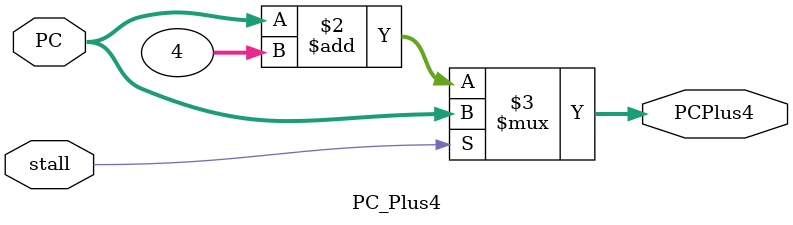
<source format=v>
module PC_Plus4 (PC , stall ,
            PCPlus4 );

/********************** parameters **********************/

/********************** input declaration **********************/
input wire [31 : 0] PC;
input wire stall;

/********************** output declaration **********************/
output wire [31 : 0] PCPlus4;

/********************** internal wires **********************/


/**********************   descriptin   **********************/

assign PCPlus4 = (stall == 1) ? (PC) : (PC + 4);

endmodule

</source>
